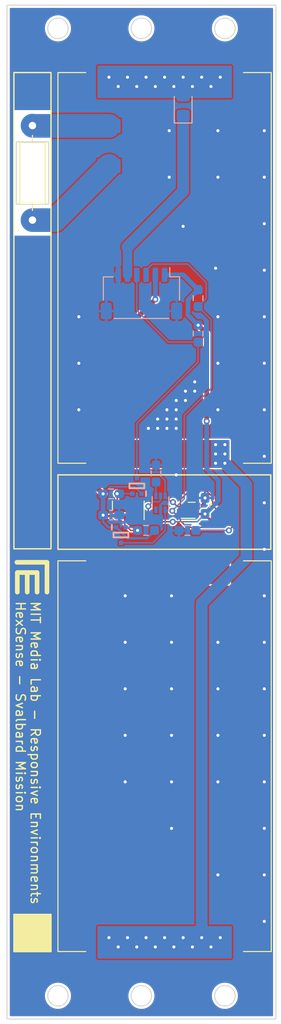
<source format=kicad_pcb>
(kicad_pcb (version 20221018) (generator pcbnew)
  (layers (0 "F.Cu" signal) (31 "B.Cu" signal) (34 "B.Paste" user) (35 "F.Paste" user) (36 "B.SilkS" user "B.Silkscreen") (37 "F.SilkS" user "F.Silkscreen") (38 "B.Mask" user) (39 "F.Mask" user) (44 "Edge.Cuts" user))
  (net 0 "")
  (net 1 "+3V3")
  (net 2 "GND")
  (net 3 "/SDA_1.8")
  (net 4 "/SCL_1.8")
  (net 5 "Net-(U2-ADD0)")
  (net 6 "+1V8")
  (net 7 "/SC")
  (net 8 "/SDA")
  (net 9 "/SCL")
  (net 14 "Net-(D1-A)")
  (net 15 "Net-(SC1--)")
  (net 16 "Net-(IC1-ADDR)")
  (net 18 "/BR+")
  (net 19 "/BR-")
  (footprint "Mylib:KXOB201K04F-TR" (layer "F.Cu") (at 154.22 131.958022 180)
    (fp_text reference "SC2" hide)
    (fp_text value "Solar_Cell")
    (fp_line (start -11.5 -11) (end -11.5 31) (stroke (width 0.12)) (layer "F.SilkS"))
    (fp_line (start -11.5 -11) (end -8.5 -11) (stroke (width 0.12)) (layer "F.SilkS"))
    (fp_line (start -11.5 31) (end -8.5 31) (stroke (width 0.12)) (layer "F.SilkS"))
    (fp_line (start 8.5 -11) (end 11.5 -11) (stroke (width 0.12)) (layer "F.SilkS"))
    (fp_line (start 11.5 -11) (end 11.5 31) (stroke (width 0.12)) (layer "F.SilkS"))
    (fp_line (start 11.5 31) (end 8.5 31) (stroke (width 0.12)) (layer "F.SilkS"))
    (pad "1" smd rect (at 0 -10 180) (size 14 3) (layers "F.Cu" "F.Paste" "F.Mask") (net 15 "Net-(SC1--)"))
    (pad "2" smd rect (at 0 30 180) (size 14 3) (layers "F.Cu" "F.Paste" "F.Mask") (net 2 "GND"))
  )
  (footprint "Package_LGA:AMS_OLGA-8_2x3.1mm_P0.8mm" (layer "F.Cu") (at 150.3025 95.523022 90)
    (fp_text reference "U1" hide)
    (fp_text value "AS7341DLG")
    (fp_line (start -1 1.71) (end 1 1.71) (stroke (width 0.12)) (layer "F.SilkS"))
    (fp_line (start 0 -1.71) (end 1 -1.71) (stroke (width 0.12)) (layer "F.SilkS"))
    (pad "1" smd roundrect (at -0.638 -1.2 90) (size 0.575 0.488) (layers "F.Cu" "F.Paste" "F.Mask") (roundrect_rratio 0) (chamfer_ratio 0.3625) (chamfer bottom_right) (net 6 "+1V8"))
    (pad "2" smd rect (at -0.638 -0.4 90) (size 0.575 0.488) (layers "F.Cu" "F.Paste" "F.Mask") (net 4 "/SCL_1.8"))
    (pad "3" smd rect (at -0.638 0.4 90) (size 0.575 0.488) (layers "F.Cu" "F.Paste" "F.Mask") (net 2 "GND"))
    (pad "4" smd rect (at -0.638 1.2 90) (size 0.575 0.488) (layers "F.Cu" "F.Paste" "F.Mask"))
    (pad "5" smd rect (at 0.638 1.2 90) (size 0.575 0.488) (layers "F.Cu" "F.Paste" "F.Mask") (net 2 "GND"))
    (pad "6" smd rect (at 0.638 0.4 90) (size 0.575 0.488) (layers "F.Cu" "F.Paste" "F.Mask"))
    (pad "7" smd rect (at 0.638 -0.4 90) (size 0.575 0.488) (layers "F.Cu" "F.Paste" "F.Mask"))
    (pad "8" smd rect (at 0.638 -1.2 90) (size 0.575 0.488) (layers "F.Cu" "F.Paste" "F.Mask") (net 3 "/SDA_1.8"))
  )
  (footprint "Mylib:KXOB201K04F-TR" (layer "F.Cu") (at 154.22 59.468022)
    (fp_text reference "SC1" hide)
    (fp_text value "Solar_Cell")
    (fp_line (start -11.5 -11) (end -11.5 31) (stroke (width 0.12)) (layer "F.SilkS"))
    (fp_line (start -11.5 -11) (end -8.5 -11) (stroke (width 0.12)) (layer "F.SilkS"))
    (fp_line (start -11.5 31) (end -8.5 31) (stroke (width 0.12)) (layer "F.SilkS"))
    (fp_line (start 8.5 -11) (end 11.5 -11) (stroke (width 0.12)) (layer "F.SilkS"))
    (fp_line (start 11.5 -11) (end 11.5 31) (stroke (width 0.12)) (layer "F.SilkS"))
    (fp_line (start 11.5 31) (end 8.5 31) (stroke (width 0.12)) (layer "F.SilkS"))
    (pad "1" smd rect (at 0 -10) (size 14 3) (layers "F.Cu" "F.Paste" "F.Mask") (net 14 "Net-(D1-A)"))
    (pad "2" smd rect (at 0 30) (size 14 3) (layers "F.Cu" "F.Paste" "F.Mask") (net 15 "Net-(SC1--)"))
  )
  (footprint "Sensor_Humidity:Sensirion_DFN-4_1.5x1.5mm_P0.8mm_SHT4x_NoCentralPad" (layer "F.Cu") (at 156.76 95.523022)
    (fp_text reference "U3" hide)
    (fp_text value "SHT4x")
    (fp_line (start -0.75 0.86) (end 0.75 0.86) (stroke (width 0.12)) (layer "F.SilkS"))
    (fp_line (start 0 -0.86) (end 0.75 -0.86) (stroke (width 0.12)) (layer "F.SilkS"))
    (pad "1" smd rect (at -0.7 -0.4) (size 0.5 0.3) (layers "F.Cu" "F.Paste" "F.Mask") (net 8 "/SDA"))
    (pad "2" smd rect (at -0.7 0.4) (size 0.5 0.3) (layers "F.Cu" "F.Paste" "F.Mask") (net 9 "/SCL"))
    (pad "3" smd rect (at 0.7 0.4) (size 0.5 0.3) (layers "F.Cu" "F.Paste" "F.Mask") (net 1 "+3V3"))
    (pad "4" smd rect (at 0.7 -0.4) (size 0.5 0.3) (layers "F.Cu" "F.Paste" "F.Mask") (net 2 "GND"))
    (zone (net 0) (net_name "") (layer "F.Cu") (connect_pads (clearance 0)) (min_thickness 0.254)
      (keepout (tracks not_allowed) (vias not_allowed) (pads allowed) (copperpour not_allowed) (footprints allowed))
      (fill (thermal_gap 0.508) (thermal_bridge_width 0.508))
      (polygon (pts (xy 157.51 94.973022) (xy 157.21 94.973022) (xy 157.21 95.273022) (xy 157.51 95.273022) (xy 157.51 95.773022) (xy 157.21 95.773022) (xy 157.21 96.073022) (xy 157.51 96.073022) (xy 157.51 96.273022) (xy 156.01 96.273022) (xy 156.01 96.073022) (xy 156.31 96.073022) (xy 156.31 95.773022) (xy 156.01 95.773022) (xy 156.01 95.273022) (xy 156.31 95.273022) (xy 156.31 94.973022) (xy 156.01 94.973022) (xy 156.01 94.773022) (xy 157.51 94.773022)))
    )
  )
  (footprint "Resistor_THT:R_Axial_DIN0207_L6.3mm_D2.5mm_P10.16mm_Horizontal" (layer "F.Cu") (at 139.97 64.33 90)
    (fp_text reference "R6" hide)
    (fp_text value "5")
    (fp_line (start 1.04 0) (end 1.81 0) (stroke (width 0.12)) (layer "F.SilkS"))
    (fp_line (start 1.81 -1.37) (end 1.81 1.37) (stroke (width 0.12)) (layer "F.SilkS"))
    (fp_line (start 1.81 1.37) (end 8.35 1.37) (stroke (width 0.12)) (layer "F.SilkS"))
    (fp_line (start 8.35 -1.37) (end 1.81 -1.37) (stroke (width 0.12)) (layer "F.SilkS"))
    (fp_line (start 8.35 1.37) (end 8.35 -1.37) (stroke (width 0.12)) (layer "F.SilkS"))
    (fp_line (start 9.12 0) (end 8.35 0) (stroke (width 0.12)) (layer "F.SilkS"))
    (pad "1" thru_hole circle (at 0 0 90) (size 1.6 1.6) (drill 0.8) (layers "*.Cu" "*.Mask") (net 18 "/BR+"))
    (pad "2" thru_hole oval (at 10.16 0 90) (size 1.6 1.6) (drill 0.8) (layers "*.Cu" "*.Mask") (net 19 "/BR-"))
  )
  (footprint "SamacSys_Parts:VEML6030GS15" (layer "F.Cu") (at 160.945 95.523022)
    (fp_text reference "IC1" hide)
    (fp_text value "VEML6030-GS15" hide)
    (fp_line (start -1.8 -0.65) (end -1.8 -0.65) (stroke (width 0.2)) (layer "F.SilkS"))
    (fp_line (start -1.8 -0.65) (end -1.8 -0.65) (stroke (width 0.2)) (layer "F.SilkS"))
    (fp_line (start -1.7 -0.65) (end -1.7 -0.65) (stroke (width 0.2)) (layer "F.SilkS"))
    (fp_arc (start -1.8 -0.65) (mid -1.75 -0.7) (end -1.7 -0.65) (stroke (width 0.2)) (layer "F.SilkS"))
    (fp_arc (start -1.7 -0.65) (mid -1.75 -0.6) (end -1.8 -0.65) (stroke (width 0.2)) (layer "F.SilkS"))
    (fp_arc (start -1.7 -0.65) (mid -1.75 -0.6) (end -1.8 -0.65) (stroke (width 0.2)) (layer "F.SilkS"))
    (pad "1" smd rect (at -0.875 -0.65 90) (size 0.3 0.55) (layers "F.Cu" "F.Paste" "F.Mask") (net 2 "GND"))
    (pad "2" smd rect (at -0.875 0 90) (size 0.3 0.55) (layers "F.Cu" "F.Paste" "F.Mask") (net 8 "/SDA"))
    (pad "3" smd rect (at -0.875 0.65 90) (size 0.3 0.55) (layers "F.Cu" "F.Paste" "F.Mask"))
    (pad "4" smd rect (at 0.875 0.65 90) (size 0.3 0.55) (layers "F.Cu" "F.Paste" "F.Mask") (net 16 "Net-(IC1-ADDR)"))
    (pad "5" smd rect (at 0.875 0 90) (size 0.3 0.55) (layers "F.Cu" "F.Paste" "F.Mask") (net 9 "/SCL"))
    (pad "6" smd rect (at 0.875 -0.65 90) (size 0.3 0.55) (layers "F.Cu" "F.Paste" "F.Mask") (net 1 "+3V3"))
  )
  (footprint "Resistor_SMD:R_0603_1608Metric_Pad0.98x0.95mm_HandSolder" (layer "B.Cu") (at 156.68 97.688022)
    (fp_text reference "R5" hide)
    (fp_text value "4.7k")
    (fp_line (start -0.254724 -0.5225) (end 0.254724 -0.5225) (stroke (width 0.12)) (layer "B.SilkS"))
    (fp_line (start -0.254724 0.5225) (end 0.254724 0.5225) (stroke (width 0.12)) (layer "B.SilkS"))
    (pad "1" smd roundrect (at -0.9125 0) (size 0.975 0.95) (layers "B.Cu" "B.Paste" "B.Mask") (net 2 "GND"))
    (pad "2" smd roundrect (at 0.9125 0) (size 0.975 0.95) (layers "B.Cu" "B.Paste" "B.Mask") (net 16 "Net-(IC1-ADDR)"))
  )
  (footprint "Resistor_SMD:R_0603_1608Metric_Pad0.98x0.95mm_HandSolder" (layer "B.Cu") (at 148.45 93.758022 180)
    (fp_text reference "R11" hide)
    (fp_text value "4.7k")
    (fp_line (start -0.254724 -0.5225) (end 0.254724 -0.5225) (stroke (width 0.12)) (layer "B.SilkS"))
    (fp_line (start -0.254724 0.5225) (end 0.254724 0.5225) (stroke (width 0.12)) (layer "B.SilkS"))
    (pad "1" smd roundrect (at -0.9125 0 180) (size 0.975 0.95) (layers "B.Cu" "B.Paste" "B.Mask") (net 3 "/SDA_1.8"))
    (pad "2" smd roundrect (at 0.9125 0 180) (size 0.975 0.95) (layers "B.Cu" "B.Paste" "B.Mask") (net 6 "+1V8"))
  )
  (footprint "Resistor_SMD:R_0603_1608Metric_Pad0.98x0.95mm_HandSolder" (layer "B.Cu") (at 157.83 72.718022 90)
    (fp_text reference "R2" hide)
    (fp_text value "4.7k")
    (fp_line (start -0.254724 -0.5225) (end 0.254724 -0.5225) (stroke (width 0.12)) (layer "B.SilkS"))
    (fp_line (start -0.254724 0.5225) (end 0.254724 0.5225) (stroke (width 0.12)) (layer "B.SilkS"))
    (pad "1" smd roundrect (at -0.9125 0 90) (size 0.975 0.95) (layers "B.Cu" "B.Paste" "B.Mask") (net 9 "/SCL"))
    (pad "2" smd roundrect (at 0.9125 0 90) (size 0.975 0.95) (layers "B.Cu" "B.Paste" "B.Mask") (net 1 "+3V3"))
  )
  (footprint "SamacSys_Parts:SOTFL50P160X60-3N" (layer "B.Cu") (at 149.51 98.183022 -90)
    (fp_text reference "Q2" hide)
    (fp_text value "PJE8408_R1_00001" hide)
    (fp_line (start -1.075 0.98) (end -0.6 0.98) (stroke (width 0.2)) (layer "B.SilkS"))
    (fp_line (start -0.25 -0.8) (end -0.25 0.8) (stroke (width 0.2)) (layer "B.SilkS"))
    (fp_line (start -0.25 0.8) (end 0.25 0.8) (stroke (width 0.2)) (layer "B.SilkS"))
    (fp_line (start 0.25 -0.8) (end -0.25 -0.8) (stroke (width 0.2)) (layer "B.SilkS"))
    (fp_line (start 0.25 0.8) (end 0.25 -0.8) (stroke (width 0.2)) (layer "B.SilkS"))
    (pad "1" smd rect (at -0.838 0.5 180) (size 0.46 0.475) (layers "B.Cu" "B.Paste" "B.Mask") (net 6 "+1V8"))
    (pad "2" smd rect (at -0.838 -0.5 180) (size 0.46 0.475) (layers "B.Cu" "B.Paste" "B.Mask") (net 4 "/SCL_1.8"))
    (pad "3" smd rect (at 0.838 0 180) (size 0.46 0.475) (layers "B.Cu" "B.Paste" "B.Mask") (net 9 "/SCL"))
  )
  (footprint "Resistor_SMD:R_0603_1608Metric_Pad0.98x0.95mm_HandSolder" (layer "B.Cu") (at 153.29 91.568022 90)
    (fp_text reference "R4" hide)
    (fp_text value "4.7k")
    (fp_line (start -0.254724 -0.5225) (end 0.254724 -0.5225) (stroke (width 0.12)) (layer "B.SilkS"))
    (fp_line (start -0.254724 0.5225) (end 0.254724 0.5225) (stroke (width 0.12)) (layer "B.SilkS"))
    (pad "1" smd roundrect (at -0.9125 0 90) (size 0.975 0.95) (layers "B.Cu" "B.Paste" "B.Mask") (net 5 "Net-(U2-ADD0)"))
    (pad "2" smd roundrect (at 0.9125 0 90) (size 0.975 0.95) (layers "B.Cu" "B.Paste" "B.Mask") (net 2 "GND"))
  )
  (footprint "Capacitor_SMD:C_0603_1608Metric_Pad1.08x0.95mm_HandSolder" (layer "B.Cu") (at 148.45 96.048022)
    (fp_text reference "C2" hide)
    (fp_text value "0.1uF")
    (fp_line (start -0.146267 -0.51) (end 0.146267 -0.51) (stroke (width 0.12)) (layer "B.SilkS"))
    (fp_line (start -0.146267 0.51) (end 0.146267 0.51) (stroke (width 0.12)) (layer "B.SilkS"))
    (pad "1" smd roundrect (at -0.8625 0) (size 1.075 0.95) (layers "B.Cu" "B.Paste" "B.Mask") (net 6 "+1V8"))
    (pad "2" smd roundrect (at 0.8625 0) (size 1.075 0.95) (layers "B.Cu" "B.Paste" "B.Mask") (net 2 "GND"))
  )
  (footprint "Resistor_SMD:R_0603_1608Metric_Pad0.98x0.95mm_HandSolder" (layer "B.Cu") (at 157.83 76.528022 90)
    (fp_text reference "R3" hide)
    (fp_text value "4.7k")
    (fp_line (start -0.254724 -0.5225) (end 0.254724 -0.5225) (stroke (width 0.12)) (layer "B.SilkS"))
    (fp_line (start -0.254724 0.5225) (end 0.254724 0.5225) (stroke (width 0.12)) (layer "B.SilkS"))
    (pad "1" smd roundrect (at -0.9125 0 90) (size 0.975 0.95) (layers "B.Cu" "B.Paste" "B.Mask") (net 8 "/SDA"))
    (pad "2" smd roundrect (at 0.9125 0 90) (size 0.975 0.95) (layers "B.Cu" "B.Paste" "B.Mask") (net 1 "+3V3"))
  )
  (footprint "Mylib:1_pin_SMD_1mmx1mm" (layer "B.Cu") (at 148.22 52.1 180)
    (fp_text reference "J2" hide)
    (fp_text value "pin")
    (pad "1" smd rect (at 0 -2.1 180) (size 2.5 1.5) (layers "B.Cu" "B.Paste" "B.Mask") (net 19 "/BR-"))
  )
  (footprint "Diode_SMD:D_0805_2012Metric_Pad1.15x1.40mm_HandSolder" (layer "B.Cu") (at 156.22 52.035522 90)
    (fp_text reference "D1" hide)
    (fp_text value "D_Schottky")
    (fp_line (start -1.86 -0.96) (end 1 -0.96) (stroke (width 0.12)) (layer "B.SilkS"))
    (fp_line (start -1.86 0.96) (end -1.86 -0.96) (stroke (width 0.12)) (layer "B.SilkS"))
    (fp_line (start 1 0.96) (end -1.86 0.96) (stroke (width 0.12)) (layer "B.SilkS"))
    (pad "1" smd roundrect (at -1.025 0 90) (size 1.15 1.4) (layers "B.Cu" "B.Paste" "B.Mask") (roundrect_rratio 0.2173913043) (net 7 "/SC"))
    (pad "2" smd roundrect (at 1.025 0 90) (size 1.15 1.4) (layers "B.Cu" "B.Paste" "B.Mask") (roundrect_rratio 0.2173913043) (net 14 "Net-(D1-A)"))
  )
  (footprint "Package_TO_SOT_SMD:SOT-563" (layer "B.Cu") (at 153.78 94.718022 90)
    (fp_text reference "U2" hide)
    (fp_text value "TMP112xxDRL")
    (fp_line (start -0.9 0.9) (end 0.65 0.9) (stroke (width 0.12)) (layer "B.SilkS"))
    (fp_line (start 0.65 -0.9) (end -0.65 -0.9) (stroke (width 0.12)) (layer "B.SilkS"))
    (pad "1" smd rect (at -0.75 0.5 90) (size 0.7 0.34) (layers "B.Cu" "B.Paste" "B.Mask") (net 9 "/SCL"))
    (pad "2" smd rect (at -0.75 0 90) (size 0.7 0.34) (layers "B.Cu" "B.Paste" "B.Mask") (net 2 "GND"))
    (pad "3" smd rect (at -0.75 -0.5 90) (size 0.7 0.34) (layers "B.Cu" "B.Paste" "B.Mask"))
    (pad "4" smd rect (at 0.75 -0.5 90) (size 0.7 0.34) (layers "B.Cu" "B.Paste" "B.Mask") (net 5 "Net-(U2-ADD0)"))
    (pad "5" smd rect (at 0.75 0 90) (size 0.7 0.34) (layers "B.Cu" "B.Paste" "B.Mask") (net 1 "+3V3"))
    (pad "6" smd rect (at 0.75 0.5 90) (size 0.7 0.34) (layers "B.Cu" "B.Paste" "B.Mask") (net 8 "/SDA"))
  )
  (footprint "SamacSys_Parts:SOTFL50P160X60-3N" (layer "B.Cu") (at 151.23 92.900022 90)
    (fp_text reference "Q1" hide)
    (fp_text value "PJE8408_R1_00001" hide)
    (fp_line (start -1.075 0.98) (end -0.6 0.98) (stroke (width 0.2)) (layer "B.SilkS"))
    (fp_line (start -0.25 -0.8) (end -0.25 0.8) (stroke (width 0.2)) (layer "B.SilkS"))
    (fp_line (start -0.25 0.8) (end 0.25 0.8) (stroke (width 0.2)) (layer "B.SilkS"))
    (fp_line (start 0.25 -0.8) (end -0.25 -0.8) (stroke (width 0.2)) (layer "B.SilkS"))
    (fp_line (start 0.25 0.8) (end 0.25 -0.8) (stroke (width 0.2)) (layer "B.SilkS"))
    (pad "1" smd rect (at -0.838 0.5) (size 0.46 0.475) (layers "B.Cu" "B.Paste" "B.Mask") (net 6 "+1V8"))
    (pad "2" smd rect (at -0.838 -0.5) (size 0.46 0.475) (layers "B.Cu" "B.Paste" "B.Mask") (net 3 "/SDA_1.8"))
    (pad "3" smd rect (at 0.838 0) (size 0.46 0.475) (layers "B.Cu" "B.Paste" "B.Mask") (net 8 "/SDA"))
  )
  (footprint "Mylib:1_pin_SMD_1mmx1mm" (layer "B.Cu") (at 148.22 56.4 180)
    (fp_text reference "J1" hide)
    (fp_text value "pin")
    (pad "1" smd rect (at 0 -2.1 180) (size 2.5 1.5) (layers "B.Cu" "B.Paste" "B.Mask") (net 18 "/BR+"))
  )
  (footprint "Connector_JST:JST_SH_SM06B-SRSS-TB_1x06-1MP_P1.00mm_Horizontal" (layer "B.Cu") (at 151.72 72.218022 180)
    (fp_text reference "J4" hide)
    (fp_text value "SM06B-SRSS-TB(LF)(SN)")
    (fp_line (start -4.11 -0.715) (end -4.11 1.785) (stroke (width 0.12)) (layer "B.SilkS"))
    (fp_line (start -4.11 1.785) (end -3.06 1.785) (stroke (width 0.12)) (layer "B.SilkS"))
    (fp_line (start -3.06 1.785) (end -3.06 2.775) (stroke (width 0.12)) (layer "B.SilkS"))
    (fp_line (start -2.94 -2.685) (end 2.94 -2.685) (stroke (width 0.12)) (layer "B.SilkS"))
    (fp_line (start 4.11 -0.715) (end 4.11 1.785) (stroke (width 0.12)) (layer "B.SilkS"))
    (fp_line (start 4.11 1.785) (end 3.06 1.785) (stroke (width 0.12)) (layer "B.SilkS"))
    (pad "1" smd roundrect (at -2.5 2 180) (size 0.6 1.55) (layers "B.Cu" "B.Paste" "B.Mask") (net 1 "+3V3"))
    (pad "2" smd roundrect (at -1.5 2 180) (size 0.6 1.55) (layers "B.Cu" "B.Paste" "B.Mask") (net 6 "+1V8"))
    (pad "3" smd roundrect (at -0.5 2 180) (size 0.6 1.55) (layers "B.Cu" "B.Paste" "B.Mask") (net 9 "/SCL"))
    (pad "4" smd roundrect (at 0.5 2 180) (size 0.6 1.55) (layers "B.Cu" "B.Paste" "B.Mask") (net 8 "/SDA"))
    (pad "5" smd roundrect (at 1.5 2 180) (size 0.6 1.55) (layers "B.Cu" "B.Paste" "B.Mask") (net 7 "/SC"))
    (pad "6" smd roundrect (at 2.5 2 180) (size 0.6 1.55) (layers "B.Cu" "B.Paste" "B.Mask") (net 2 "GND"))
    (pad "MP" smd roundrect (at -3.8 -1.875 180) (size 1.2 1.8) (layers "B.Cu" "B.Paste" "B.Mask") (roundrect_rratio 0.2083333333) (net 2 "GND"))
    (pad "MP" smd roundrect (at 3.8 -1.875 180) (size 1.2 1.8) (layers "B.Cu" "B.Paste" "B.Mask") (roundrect_rratio 0.2083333333) (net 2 "GND"))
  )
  (footprint "Capacitor_SMD:C_0603_1608Metric_Pad1.08x0.95mm_HandSolder" (layer "B.Cu") (at 158.58 95.058022 90)
    (fp_text reference "C1" hide)
    (fp_text value "0.1uF")
    (fp_line (start -0.146267 -0.51) (end 0.146267 -0.51) (stroke (width 0.12)) (layer "B.SilkS"))
    (fp_line (start -0.146267 0.51) (end 0.146267 0.51) (stroke (width 0.12)) (layer "B.SilkS"))
    (pad "1" smd roundrect (at -0.8625 0 90) (size 1.075 0.95) (layers "B.Cu" "B.Paste" "B.Mask") (net 1 "+3V3"))
    (pad "2" smd roundrect (at 0.8625 0 90) (size 1.075 0.95) (layers "B.Cu" "B.Paste" "B.Mask") (net 2 "GND"))
  )
  (footprint "Resistor_SMD:R_0603_1608Metric_Pad0.98x0.95mm_HandSolder" (layer "B.Cu") (at 152.22 97.688022)
    (fp_text reference "R1" hide)
    (fp_text value "4.7k")
    (fp_line (start -0.254724 -0.5225) (end 0.254724 -0.5225) (stroke (width 0.12)) (layer "B.SilkS"))
    (fp_line (start -0.254724 0.5225) (end 0.254724 0.5225) (stroke (width 0.12)) (layer "B.SilkS"))
    (pad "1" smd roundrect (at -0.9125 0) (size 0.975 0.95) (layers "B.Cu" "B.Paste" "B.Mask") (net 4 "/SCL_1.8"))
    (pad "2" smd roundrect (at 0.9125 0) (size 0.975 0.95) (layers "B.Cu" "B.Paste" "B.Mask") (net 6 "+1V8"))
  )
  (gr_line (start 139.403334 102.218022) (end 139.403334 104.318022) (stroke (width 0.5)) (layer "F.SilkS"))
  (gr_line (start 141.536668 101.118022) (end 141.536668 104.318022) (stroke (width 0.5)) (layer "F.SilkS"))
  (gr_line (start 138.336668 102.218022) (end 140.47 102.218022) (stroke (width 0.5)) (layer "F.SilkS"))
  (gr_line (start 138.336668 102.218022) (end 138.336668 104.318022) (stroke (width 0.5)) (layer "F.SilkS"))
  (gr_line (start 141.536668 101.118022) (end 138.29 101.118022) (stroke (width 0.5)) (layer "F.SilkS"))
  (gr_rect (start 137.97 48.468022) (end 141.97 99.668022) (stroke (width 0.15)) (fill none) (layer "F.SilkS"))
  (gr_rect (start 137.97 138.968022) (end 141.97 142.968022) (stroke (width 0.15)) (fill solid) (layer "F.SilkS"))
  (gr_line (start 140.47 102.218022) (end 140.47 104.318022) (stroke (width 0.5)) (layer "F.SilkS"))
  (gr_rect (start 142.72 91.718022) (end 165.67 99.718022) (stroke (width 0.15)) (fill none) (layer "F.SilkS"))
  (gr_line (start 166.22 150.218022) (end 137.22 150.218022) (stroke (width 0.1)) (layer "Edge.Cuts"))
  (gr_line (start 166.22 41.218022) (end 137.22 41.218022) (stroke (width 0.1)) (layer "Edge.Cuts"))
  (gr_circle (center 151.72 147.718022) (end 152.82 147.718022) (stroke (width 0.1)) (fill none) (layer "Edge.Cuts"))
  (gr_line (start 166.22 41.218022) (end 166.22 150.218022) (stroke (width 0.1)) (layer "Edge.Cuts"))
  (gr_circle (center 160.72 147.718022) (end 161.82 147.718022) (stroke (width 0.1)) (fill none) (layer "Edge.Cuts"))
  (gr_circle (center 142.72 147.718022) (end 143.82 147.718022) (stroke (width 0.1)) (fill none) (layer "Edge.Cuts"))
  (gr_circle (center 142.72 43.718022) (end 143.82 43.718022) (stroke (width 0.1)) (fill none) (layer "Edge.Cuts"))
  (gr_circle (center 160.72 43.718022) (end 161.82 43.718022) (stroke (width 0.1)) (fill none) (layer "Edge.Cuts"))
  (gr_line (start 137.22 41.218022) (end 137.22 150.218022) (stroke (width 0.1)) (layer "Edge.Cuts"))
  (gr_rect (start 138.22 55.918022) (end 141.72 62.618022) (stroke (width 0.1)) (fill none) (layer "Edge.Cuts"))
  (gr_circle (center 151.72 43.718022) (end 152.82 43.718022) (stroke (width 0.1)) (fill none) (layer "Edge.Cuts"))
  (gr_text "BURNING RESISTOR - HOT !!!" (at 139.22 69 270) (layer "F.Cu") (effects (font (size 1.2 1.2) (thickness 0.2) bold) (justify left bottom)))
  (gr_text "MIT Media Lab - Responsive Environments\nHexSense - Svalbard Mission" (at 138.086668 105.218022 270) (layer "F.SilkS") (effects (font (size 1 1)) (justify left bottom)))
  (segment (start 159.46 96.878022) (end 160.4 96.878022) (width 0.254) (layer "F.Cu") (net 1))
  (segment (start 152.46 95.098022) (end 152.46 96.018022) (width 0.1524) (layer "F.Cu") (net 1))
  (segment (start 160.8344 95.329622) (end 161.291 94.873022) (width 0.254) (layer "F.Cu") (net 1))
  (segment (start 160.4 96.878022) (end 160.8344 96.443622) (width 0.254) (layer "F.Cu") (net 1))
  (segment (start 161.291 94.873022) (end 161.82 94.873022) (width 0.254) (layer "F.Cu") (net 1))
  (segment (start 158.58 95.920522) (end 158.58 95.998022) (width 0.254) (layer "F.Cu") (net 1))
  (segment (start 153.2 96.758022) (end 152.46 96.018022) (width 0.1524) (layer "F.Cu") (net 1))
  (segment (start 158.5775 95.923022) (end 158.58 95.920522) (width 0.254) (layer "F.Cu") (net 1))
  (segment (start 160.8344 96.443622) (end 160.8344 95.329622) (width 0.254) (layer "F.Cu") (net 1))
  (segment (start 155.1 96.758022) (end 153.2 96.758022) (width 0.1524) (layer "F.Cu") (net 1))
  (segment (start 158.76 76.548022) (end 158.76 85.948022) (width 0.508) (layer "F.Cu") (net 1))
  (segment (start 158.58 95.998022) (end 159.46 96.878022) (width 0.254) (layer "F.Cu") (net 1))
  (segment (start 157.46 95.923022) (end 158.5775 95.923022) (width 0.254) (layer "F.Cu") (net 1))
  (segment (start 157.84 75.628022) (end 158.76 76.548022) (width 0.508) (layer "F.Cu") (net 1))
  (via (at 155.1 96.758022) (size 0.6604) (drill 0.3302) (layers "F.Cu" "B.Cu") (net 1))
  (via (at 157.84 75.628022) (size 0.6604) (drill 0.3302) (layers "F.Cu" "B.Cu") (net 1))
  (via (at 158.58 95.920522) (size 0.6604) (drill 0.3302) (layers "F.Cu" "B.Cu") (net 1))
  (via (at 152.46 95.098022) (size 0.6604) (drill 0.3302) (layers "F.Cu" "B.Cu") (net 1))
  (via (at 158.76 85.948022) (size 0.6604) (drill 0.3302) (layers "F.Cu" "B.Cu") (net 1))
  (segment (start 156.74 74.525522) (end 157.83 75.615522) (width 0.508) (layer "B.Cu") (net 1))
  (segment (start 157.83 71.805522) (end 156.74 72.895522) (width 0.508) (layer "B.Cu") (net 1))
  (segment (start 153.78 93.968022) (end 153.78 94.470422) (width 0.1524) (layer "B.Cu") (net 1))
  (segment (start 158.76 85.948022) (end 158.76 91.068022) (width 0.508) (layer "B.Cu") (net 1))
  (segment (start 153.78 94.470422) (end 153.6424 94.608022) (width 0.1524) (layer "B.Cu") (net 1))
  (segment (start 160.01 94.490522) (end 158.58 95.920522) (width 0.508) (layer "B.Cu") (net 1))
  (segment (start 155.1 96.758022) (end 157.7425 96.758022) (width 0.1524) (layer "B.Cu") (net 1))
  (segment (start 153.6424 94.608022) (end 152.94 94.608022) (width 0.1524) (layer "B.Cu") (net 1))
  (segment (start 156.2425 70.218022) (end 157.83 71.805522) (width 0.508) (layer "B.Cu") (net 1))
  (segment (start 160.01 92.318022) (end 160.01 94.490522) (width 0.508) (layer "B.Cu") (net 1))
  (segment (start 158.76 91.068022) (end 160.01 92.318022) (width 0.508) (layer "B.Cu") (net 1))
  (segment (start 157.7425 96.758022) (end 158.58 95.920522) (width 0.1524) (layer "B.Cu") (net 1))
  (segment (start 154.22 70.218022) (end 156.2425 70.218022) (width 0.508) (layer "B.Cu") (net 1))
  (segment (start 152.46 95.088022) (end 152.46 95.098022) (width 0.1524) (layer "B.Cu") (net 1))
  (segment (start 152.94 94.608022) (end 152.46 95.088022) (width 0.1524) (layer "B.Cu") (net 1))
  (segment (start 156.74 72.895522) (end 156.74 74.525522) (width 0.508) (layer "B.Cu") (net 1))
  (segment (start 158.58 94.62) (end 158.58 94.198022) (width 0.254) (layer "F.Cu") (net 2))
  (segment (start 158.076978 95.123022) (end 158.58 94.62) (width 0.254) (layer "F.Cu") (net 2))
  (segment (start 157.46 95.123022) (end 158.076978 95.123022) (width 0.254) (layer "F.Cu") (net 2))
  (via (at 159.97 124.718022) (size 0.6604) (drill 0.3302) (layers "F.Cu" "B.Cu") (net 2))
  (via (at 144.97 74.718022) (size 0.6604) (drill 0.3302) (layers "F.Cu" "B.Cu") (net 2))
  (via (at 164.97 64.718022) (size 0.6604) (drill 0.3302) (layers "F.Cu" "B.Cu") (net 2))
  (via (at 155.47 91.718022) (size 0.6604) (drill 0.3302) (layers "F.Cu" "B.Cu") (net 2))
  (via (at 164.97 89.718022) (size 0.6604) (drill 0.3302) (layers "F.Cu" "B.Cu") (net 2))
  (via (at 156.47 82.718022) (size 0.6604) (drill 0.3302) (layers "F.Cu" "B.Cu") (net 2))
  (via (at 164.97 74.718022) (size 0.6604) (drill 0.3302) (layers "F.Cu" "B.Cu") (net 2))
  (via (at 164.97 99.718022) (size 0.6604) (drill 0.3302) (layers "F.Cu" "B.Cu") (net 2))
  (via (at 159.97 109.718022) (size 0.6604) (drill 0.3302) (layers "F.Cu" "B.Cu") (net 2))
  (via (at 164.97 139.718022) (size 0.6604) (drill 0.3302) (layers "F.Cu" "B.Cu") (net 2))
  (via (at 155.47 83.718022) (size 0.6604) (drill 0.3302) (layers "F.Cu" "B.Cu") (net 2))
  (via (at 159.97 119.718022) (size 0.6604) (drill 0.3302) (layers "F.Cu" "B.Cu") (net 2))
  (via (at 155.47 85.718022) (size 0.6604) (drill 0.3302) (layers "F.Cu" "B.Cu") (net 2))
  (via (at 164.97 104.718022) (size 0.6604) (drill 0.3302) (layers "F.Cu" "B.Cu") (net 2))
  (via (at 164.97 84.718022) (size 0.6604) (drill 0.3302) (layers "F.Cu" "B.Cu") (net 2))
  (via (at 154.47 86.718022) (size 0.6604) (drill 0.3302) (layers "F.Cu" "B.Cu") (net 2))
  (via (at 154.72 59.718022) (size 0.6604) (drill 0.3302) (layers "F.Cu" "B.Cu") (net 2))
  (via (at 164.97 79.718022) (size 0.6604) (drill 0.3302) (layers "F.Cu" "B.Cu") (net 2))
  (via (at 164.97 69.718022) (size 0.6604) (drill 0.3302) (layers "F.Cu" "B.Cu") (net 2))
  (via (at 154.97 114.718022) (size 0.6604) (drill 0.3302) (layers "F.Cu" "B.Cu") (net 2))
  (via (at 159.97 54.718022) (size 0.6604) (drill 0.3302) (layers "F.Cu" "B.Cu") (net 2))
  (via (at 164.97 59.718022) (size 0.6604) (drill 0.3302) (layers "F.Cu" "B.Cu") (net 2))
  (via (at 157.47 81.718022) (size 0.6604) (drill 0.3302) (layers "F.Cu" "B.Cu") (net 2))
  (via (at 164.97 94.718022) (size 0.6604) (drill 0.3302) (layers "F.Cu" "B.Cu") (net 2))
  (via (at 154.97 129.718022) (size 0.6604) (drill 0.3302) (layers "F.Cu" "B.Cu") (net 2))
  (via (at 144.97 79.718022) (size 0.6604) (drill 0.3302) (layers "F.Cu" "B.Cu") (net 2))
  (via (at 153.47 86.718022) (size 0.6604) (drill 0.3302) (layers "F.Cu" "B.Cu") (net 2))
  (via (at 159.97 84.718022) (size 0.6604) (drill 0.3302) (layers "F.Cu" "B.Cu") (net 2))
  (via (at 149.97 119.718022) (size 0.6604) (drill 0.3302) (layers "F.Cu" "B.Cu") (net 2))
  (via (at 164.97 54.718022) (size 0.6604) (drill 0.3302) (layers "F.Cu" "B.Cu") (net 2))
  (via (at 159.97 79.718022) (size 0.6604) (drill 0.3302) (layers "F.Cu" "B.Cu") (net 2))
  (via (at 154.47 84.718022) (size 0.6604) (drill 0.3302) (layers "F.Cu" "B.Cu") (net 2))
  (via (at 164.97 124.718022) (size 0.6604) (drill 0.3302) (layers "F.Cu" "B.Cu") (net 2))
  (via (at 164.97 129.718022) (size 0.6604) (drill 0.3302) (layers "F.Cu" "B.Cu") (net 2))
  (via (at 155.47 84.718022) (size 0.6604) (drill 0.3302) (layers "F.Cu" "B.Cu") (net 2))
  (via (at 159.97 134.718022) (size 0.6604) (drill 0.3302) (layers "F.Cu" "B.Cu") (net 2))
  (via (at 149.97 114.718022) (size 0.6604) (drill 0.3302) (layers "F.Cu" "B.Cu") (net 2))
  (via (at 164.97 114.718022) (size 0.6604) (drill 0.3302) (layers "F.Cu" "B.Cu") (net 2))
  (via (at 159.97 59.718022) (size 0.6604) (drill 0.3302) (layers "F.Cu" "B.Cu") (net 2))
  (via (at 158.58 94.198022) (size 0.6604) (drill 0.3302) (layers "F.Cu" "B.Cu") (net 2))
  (via (at 156.22 65) (size 0.6604) (drill 0.3302) (layers "F.Cu" "B.Cu") (net 2))
  (via (at 159.97 74.718022) (size 0.6604) (drill 0.3302) (layers "F.Cu" "B.Cu") (net 2))
  (via (at 154.72 54.718022) (size 0.6604) (drill 0.3302) (layers "F.Cu" "B.Cu") (net 2))
  (via (at 154.47 85.718022) (size 0.6604) (drill 0.3302) (layers "F.Cu" "B.Cu") (net 2))
  (via (at 159.72 69.5) (size 0.6604) (drill 0.3302) (layers "F.Cu" "B.Cu") (net 2))
  (via (at 154.97 124.718022) (size 0.6604) (drill 0.3302) (layers "F.Cu" "B.Cu") (net 2))
  (via (at 149.97 109.718022) (size 0.6604) (drill 0.3302) (layers "F.Cu" "B.Cu") (net 2))
  (via (at 152.47 86.718022) (size 0.6604) (drill 0.3302) (layers "F.Cu" "B.Cu") (net 2))
  (via (at 153.47 85.718022) (size 0.6604) (drill 0.3302) (layers "F.Cu" "B.Cu") (net 2))
  (via (at 159.97 114.718022) (size 0.6604) (drill 0.3302) (layers "F.Cu" "B.Cu") (net 2))
  (via (at 156.47 83.718022) (size 0.6604) (drill 0.3302) (layers "F.Cu" "B.Cu") (net 2))
  (via (at 154.97 119.718022) (size 0.6604) (drill 0.3302) (layers "F.Cu" "B.Cu") (net 2))
  (via (at 154.97 109.718022) (size 0.6604) (drill 0.3302) (layers "F.Cu" "B.Cu") (net 2))
  (via (at 164.97 109.718022) (size 0.6604) (drill 0.3302) (layers "F.Cu" "B.Cu") (net 2))
  (via (at 164.97 134.718022) (size 0.6604) (drill 0.3302) (layers "F.Cu" "B.Cu") (net 2))
  (via (at 164.97 119.718022) (size 0.6604) (drill 0.3302) (layers "F.Cu" "B.Cu") (net 2))
  (via (at 149.97 124.718022) (size 0.6604) (drill 0.3302) (layers "F.Cu" "B.Cu") (net 2))
  (via (at 157.47 82.718022) (size 0.6604) (drill 0.3302) (layers "F.Cu" "B.Cu") (net 2))
  (via (at 155.47 86.718022) (size 0.6604) (drill 0.3302) (layers "F.Cu" "B.Cu") (net 2))
  (via (at 149.97 104.718022) (size 0.6604) (drill 0.3302) (layers "F.Cu" "B.Cu") (net 2))
  (via (at 154.97 104.718022) (size 0.6604) (drill 0.3302) (layers "F.Cu" "B.Cu") (net 2))
  (via (at 144.97 84.718022) (size 0.6604) (drill 0.3302) (layers "F.Cu" "B.Cu") (net 2))
  (segment (start 149.22 70.218022) (end 149.22 69.17) (width 0.508) (layer "B.Cu") (net 2))
  (segment (start 149.22 70.218022) (end 148.488022 70.218022) (width 0.508) (layer "B.Cu") (net 2))
  (segment (start 149.22 70.218022) (end 149.22 71.46) (width 0.508) (layer "B.Cu") (net 2))
  (segment (start 149.1025 94.885022) (end 149.1025 93.743022) (width 0.1524) (layer "F.Cu") (net 3))
  (segment (start 149.1025 93.743022) (end 149.1 93.740522) (width 0.1524) (layer "F.Cu") (net 3))
  (via (at 149.1 93.740522) (size 0.6604) (drill 0.3302) (layers "F.Cu" "B.Cu") (net 3))
  (segment (start 149.1025 93.738022) (end 149.1 93.740522) (width 0.1524) (layer "B.Cu") (net 3))
  (segment (start 150.73 93.738022) (end 149.1025 93.738022) (width 0.1524) (layer "B.Cu") (net 3))
  (segment (start 149.9025 96.161022) (end 149.9025 97.020522) (width 0.1524) (layer "F.Cu") (net 4))
  (segment (start 150.57 97.688022) (end 151.3075 97.688022) (width 0.1524) (layer "F.Cu") (net 4))
  (segment (start 149.9025 97.020522) (end 150.57 97.688022) (width 0.1524) (layer "F.Cu") (net 4))
  (via (at 151.3075 97.688022) (size 0.6604) (drill 0.3302) (layers "F.Cu" "B.Cu") (net 4))
  (segment (start 150.9645 97.345022) (end 151.3075 97.688022) (width 0.1524) (layer "B.Cu") (net 4))
  (segment (start 150.01 97.345022) (end 150.9645 97.345022) (width 0.1524) (layer "B.Cu") (net 4))
  (segment (start 153.28 92.500522) (end 153.2775 92.498022) (width 0.1524) (layer "B.Cu") (net 5))
  (segment (start 153.28 93.968022) (end 153.28 92.500522) (width 0.1524) (layer "B.Cu") (net 5))
  (segment (start 146.32 92.490522) (end 146.32 79.758022) (width 0.508) (layer "F.Cu") (net 6))
  (segment (start 147.7005 96.161022) (end 147.5875 96.048022) (width 0.254) (layer "F.Cu") (net 6))
  (segment (start 147.5875 93.758022) (end 146.32 92.490522) (width 0.508) (layer "F.Cu") (net 6))
  (segment (start 149.1025 96.161022) (end 147.7005 96.161022) (width 0.254) (layer "F.Cu") (net 6))
  (segment (start 146.32 79.758022) (end 153.22 72.858022) (width 0.508) (layer "F.Cu") (net 6))
  (via (at 147.5875 96.048022) (size 0.6604) (drill 0.3302) (layers "F.Cu" "B.Cu") (net 6))
  (via (at 147.5875 93.758022) (size 0.6604) (drill 0.3302) (layers "F.Cu" "B.Cu") (net 6))
  (via (at 153.22 72.858022) (size 0.6604) (drill 0.3302) (layers "F.Cu" "B.Cu") (net 6))
  (segment (start 147.5875 93.758022) (end 148.3475 92.998022) (width 0.1524) (layer "B.Cu") (net 6))
  (segment (start 153.22 70.218022) (end 153.22 72.858022) (width 0.508) (layer "B.Cu") (net 6))
  (segment (start 147.5875 96.048022) (end 147.5875 96.775522) (width 0.254) (layer "B.Cu") (net 6))
  (segment (start 149.01 97.345022) (end 150.193 98.528022) (width 0.254) (layer "B.Cu") (net 6))
  (segment (start 148.3475 92.998022) (end 150.99 92.998022) (width 0.1524) (layer "B.Cu") (net 6))
  (segment (start 150.193 98.528022) (end 152.2925 98.528022) (width 0.254) (layer "B.Cu") (net 6))
  (segment (start 152.2925 98.528022) (end 153.1325 97.688022) (width 0.254) (layer "B.Cu") (net 6))
  (segment (start 147.5875 96.775522) (end 148.157 97.345022) (width 0.254) (layer "B.Cu") (net 6))
  (segment (start 147.5875 96.048022) (end 147.5875 93.808022) (width 0.508) (layer "B.Cu") (net 6))
  (segment (start 147.5875 93.808022) (end 147.5375 93.758022) (width 0.508) (layer "B.Cu") (net 6))
  (segment (start 150.99 92.998022) (end 151.73 93.738022) (width 0.1524) (layer "B.Cu") (net 6))
  (segment (start 148.157 97.345022) (end 149.01 97.345022) (width 0.254) (layer "B.Cu") (net 6))
  (segment (start 156.22 53.060522) (end 156.22 61.218022) (width 1.27) (layer "B.Cu") (net 7))
  (segment (start 156.22 61.218022) (end 154.72 62.718022) (width 1.27) (layer "B.Cu") (net 7))
  (segment (start 150.22 70.218022) (end 150.22 67.218022) (width 1.016) (layer "B.Cu") (net 7))
  (segment (start 154.069011 63.369011) (end 154.72 62.718022) (width 1.27) (layer "B.Cu") (net 7))
  (segment (start 150.22 67.218022) (end 154.069011 63.369011) (width 1.27) (layer "B.Cu") (net 7))
  (segment (start 156.88 93.438022) (end 158.74 93.438022) (width 0.1524) (layer "F.Cu") (net 8))
  (segment (start 156.06 95.123022) (end 155.595 95.123022) (width 0.1524) (layer "F.Cu") (net 8))
  (segment (start 155.9338 94.384222) (end 156.88 93.438022) (width 0.1524) (layer "F.Cu") (net 8))
  (segment (start 155.9338 95.004586) (end 155.9338 94.384222) (width 0.1524) (layer "F.Cu") (net 8))
  (segment (start 159.915 95.523022) (end 160.07 95.523022) (width 0.1524) (layer "F.Cu") (net 8))
  (segment (start 156.06 95.123022) (end 156.052236 95.123022) (width 0.1524) (layer "F.Cu") (net 8))
  (segment (start 158.74 93.438022) (end 159.41 94.108022) (width 0.1524) (layer "F.Cu") (net 8))
  (segment (start 159.41 95.018022) (end 159.915 95.523022) (width 0.1524) (layer "F.Cu") (net 8))
  (segment (start 159.41 94.108022) (end 159.41 95.018022) (width 0.1524) (layer "F.Cu") (net 8))
  (segment (start 156.052236 95.123022) (end 155.9338 95.004586) (width 0.1524) (layer "F.Cu") (net 8))
  (segment (start 155.595 95.123022) (end 155.12 94.648022) (width 0.1524) (layer "F.Cu") (net 8))
  (via (at 155.12 94.648022) (size 0.6604) (drill 0.3302) (layers "F.Cu" "B.Cu") (net 8))
  (segment (start 154.630522 77.440522) (end 157.83 77.440522) (width 0.1524) (layer "B.Cu") (net 8))
  (segment (start 151.22 70.218022) (end 151.22 74.03) (width 0.1524) (layer "B.Cu") (net 8))
  (segment (start 155.12 94.648022) (end 154.96 94.648022) (width 0.1524) (layer "B.Cu") (net 8))
  (segment (start 157.83 79.588022) (end 157.83 77.440522) (width 0.1524) (layer "B.Cu") (net 8))
  (segment (start 151.22 74.03) (end 154.630522 77.440522) (width 0.1524) (layer "B.Cu") (net 8))
  (segment (start 154.96 94.648022) (end 154.28 93.968022) (width 0.1524) (layer "B.Cu") (net 8))
  (segment (start 151.23 86.188022) (end 157.83 79.588022) (width 0.1524) (layer "B.Cu") (net 8))
  (segment (start 153.720565 91.764422) (end 154.28 92.323857) (width 0.1524) (layer "B.Cu") (net 8))
  (segment (start 151.23 92.062022) (end 151.5276 91.764422) (width 0.1524) (layer "B.Cu") (net 8))
  (segment (start 151.23 92.062022) (end 151.23 86.188022) (width 0.1524) (layer "B.Cu") (net 8))
  (segment (start 154.28 92.323857) (end 154.28 93.968022) (width 0.1524) (layer "B.Cu") (net 8))
  (segment (start 151.5276 91.764422) (end 153.720565 91.764422) (width 0.1524) (layer "B.Cu") (net 8))
  (segment (start 161.695 95.523022) (end 161.19 96.028022) (width 0.1524) (layer "F.Cu") (net 9))
  (segment (start 160.46 97.358022) (end 156.64 97.358022) (width 0.1524) (layer "F.Cu") (net 9))
  (segment (start 156.64 97.358022) (end 155.92 96.638022) (width 0.1524) (layer "F.Cu") (net 9))
  (segment (start 155.395 95.923022) (end 155.05 95.578022) (width 0.1524) (layer "F.Cu") (net 9))
  (segment (start 155.92 96.638022) (end 155.92 96.055258) (width 0.1524) (layer "F.Cu") (net 9))
  (segment (start 161.82 95.523022) (end 161.695 95.523022) (width 0.1524) (layer "F.Cu") (net 9))
  (segment (start 156.06 95.923022) (end 155.395 95.923022) (width 0.1524) (layer "F.Cu") (net 9))
  (segment (start 161.19 96.028022) (end 161.19 96.628022) (width 0.1524) (layer "F.Cu") (net 9))
  (segment (start 155.92 96.055258) (end 156.052236 95.923022) (width 0.1524) (layer "F.Cu") (net 9))
  (segment (start 161.19 96.628022) (end 160.46 97.358022) (width 0.1524) (layer "F.Cu") (net 9))
  (segment (start 156.052236 95.923022) (end 156.06 95.923022) (width 0.1524) (layer "F.Cu") (net 9))
  (via (at 155.05 95.578022) (size 0.6604) (drill 0.3302) (layers "F.Cu" "B.Cu") (net 9))
  (segment (start 154.39 95.578022) (end 154.28 95.468022) (width 0.1524) (layer "B.Cu") (net 9))
  (segment (start 157.83 73.630522) (end 157.840522 73.630522) (width 0.1524) (layer "B.Cu") (net 9))
  (segment (start 158.7 71.03) (end 158.7 72.760522) (width 0.1524) (layer "B.Cu") (net 9))
  (segment (start 156.73 69.06) (end 158.7 71.03) (width 0.1524) (layer "B.Cu") (net 9))
  (segment (start 152.22 69.74) (end 152.9 69.06) (width 0.1524) (layer "B.Cu") (net 9))
  (segment (start 159.23 82.438022) (end 156.34 85.328022) (width 0.1524) (layer "B.Cu") (net 9))
  (segment (start 158.7 72.760522) (end 157.83 73.630522) (width 0.1524) (layer "B.Cu") (net 9))
  (segment (start 156.34 85.328022) (end 156.34 94.288022) (width 0.1524) (layer "B.Cu") (net 9))
  (segment (start 155.05 95.578022) (end 154.39 95.578022) (width 0.1524) (layer "B.Cu") (net 9))
  (segment (start 159.23 75.02) (end 159.23 82.438022) (width 0.1524) (layer "B.Cu") (net 9))
  (segment (start 152.22 70.218022) (end 152.22 69.74) (width 0.1524) (layer "B.Cu") (net 9))
  (segment (start 152.946165 99.021022) (end 149.51 99.021022) (width 0.1524) (layer "B.Cu") (net 9))
  (segment (start 152.9 69.06) (end 156.73 69.06) (width 0.1524) (layer "B.Cu") (net 9))
  (segment (start 154.28 95.468022) (end 154.28 97.687187) (width 0.1524) (layer "B.Cu") (net 9))
  (segment (start 154.28 97.687187) (end 152.946165 99.021022) (width 0.1524) (layer "B.Cu") (net 9))
  (segment (start 156.34 94.288022) (end 155.05 95.578022) (width 0.1524) (layer "B.Cu") (net 9))
  (segment (start 157.840522 73.630522) (end 159.23 75.02) (width 0.1524) (layer "B.Cu") (net 9))
  (via (at 155.22 49.968022) (size 0.6604) (drill 0.3302) (layers "F.Cu" "B.Cu") (net 14))
  (via (at 159.22 49.968022) (size 0.6604) (drill 0.3302) (layers "F.Cu" "B.Cu") (net 14))
  (via (at 151.22 49.968022) (size 0.6604) (drill 0.3302) (layers "F.Cu" "B.Cu") (net 14))
  (via (at 160.22 48.968022) (size 0.6604) (drill 0.3302) (layers "F.Cu" "B.Cu") (net 14))
  (via (at 150.22 48.968022) (size 0.6604) (drill 0.3302) (layers "F.Cu" "B.Cu") (net 14))
  (via (at 154.22 48.968022) (size 0.6604) (drill 0.3302) (layers "F.Cu" "B.Cu") (net 14))
  (via (at 158.22 48.968022) (size 0.6604) (drill 0.3302) (layers "F.Cu" "B.Cu") (net 14))
  (via (at 152.22 48.968022) (size 0.6604) (drill 0.3302) (layers "F.Cu" "B.Cu") (net 14))
  (via (at 153.22 49.968022) (size 0.6604) (drill 0.3302) (layers "F.Cu" "B.Cu") (net 14))
  (via (at 156.22 48.968022) (size 0.6604) (drill 0.3302) (layers "F.Cu" "B.Cu") (net 14))
  (via (at 149.22 49.968022) (size 0.6604) (drill 0.3302) (layers "F.Cu" "B.Cu") (net 14))
  (via (at 157.22 49.968022) (size 0.6604) (drill 0.3302) (layers "F.Cu" "B.Cu") (net 14))
  (via (at 148.22 48.968022) (size 0.6604) (drill 0.3302) (layers "F.Cu" "B.Cu") (net 14))
  (via (at 159.22 142.468022) (size 0.6604) (drill 0.3302) (layers "F.Cu" "B.Cu") (net 15))
  (via (at 157.22 142.468022) (size 0.6604) (drill 0.3302) (layers "F.Cu" "B.Cu") (net 15))
  (via (at 158.22 141.468022) (size 0.6604) (drill 0.3302) (layers "F.Cu" "B.Cu") (net 15))
  (via (at 153.22 142.468022) (size 0.6604) (drill 0.3302) (layers "F.Cu" "B.Cu") (net 15))
  (via (at 160.72 88.468022) (size 0.6604) (drill 0.3302) (layers "F.Cu" "B.Cu") (net 15))
  (via (at 159.72 89.468022) (size 0.6604) (drill 0.3302) (layers "F.Cu" "B.Cu") (net 15))
  (via (at 151.22 142.468022) (size 0.6604) (drill 0.3302) (layers "F.Cu" "B.Cu") (net 15))
  (via (at 155.22 142.468022) (size 0.6604) (drill 0.3302) (layers "F.Cu" "B.Cu") (net 15))
  (via (at 148.22 141.468022) (size 0.6604) (drill 0.3302) (layers "F.Cu" "B.Cu") (net 15))
  (via (at 152.22 141.468022) (size 0.6604) (drill 0.3302) (layers "F.Cu" "B.Cu") (net 15))
  (via (at 159.72 88.468022) (size 0.6604) (drill 0.3302) (layers "F.Cu" "B.Cu") (net 15))
  (via (at 160.72 90.468022) (size 0.6604) (drill 0.3302) (layers "F.Cu" "B.Cu") (net 15))
  (via (at 159.72 90.468022) (size 0.6604) (drill 0.3302) (layers "F.Cu" "B.Cu") (net 15))
  (via (at 154.22 141.468022) (size 0.6604) (drill 0.3302) (layers "F.Cu" "B.Cu") (net 15))
  (via (at 149.22 142.468022) (size 0.6604) (drill 0.3302) (layers "F.Cu" "B.Cu") (net 15))
  (via (at 160.72 89.468022) (size 0.6604) (drill 0.3302) (layers "F.Cu" "B.Cu") (net 15))
  (via (at 150.22 141.468022) (size 0.6604) (drill 0.3302) (layers "F.Cu" "B.Cu") (net 15))
  (via (at 156.22 141.468022) (size 0.6604) (drill 0.3302) (layers "F.Cu" "B.Cu") (net 15))
  (via (at 160.22 141.468022) (size 0.6604) (drill 0.3302) (layers "F.Cu" "B.Cu") (net 15))
  (segment (start 163.045 100.668022) (end 163.045 92.793022) (width 1.27) (layer "B.Cu") (net 15))
  (segment (start 158.22 141.468022) (end 158.22 105.493022) (width 1.27) (layer "B.Cu") (net 15))
  (segment (start 158.22 105.493022) (end 163.045 100.668022) (width 1.27) (layer "B.Cu") (net 15))
  (segment (start 163.045 92.793022) (end 160.72 90.468022) (width 1.27) (layer "B.Cu") (net 15))
  (segment (start 161.82 97.018022) (end 161.15 97.688022) (width 0.1524) (layer "F.Cu") (net 16))
  (segment (start 161.82 96.173022) (end 161.82 97.018022) (width 0.1524) (layer "F.Cu") (net 16))
  (via (at 161.15 97.688022) (size 0.6604) (drill 0.3302) (layers "F.Cu" "B.Cu") (net 16))
  (segment (start 161.15 97.688022) (end 157.5925 97.688022) (width 0.1524) (layer "B.Cu") (net 16))
  (segment (start 142.39 64.33) (end 148.22 58.5) (width 2.54) (layer "B.Cu") (net 18))
  (segment (start 139.97 64.33) (end 142.39 64.33) (width 2.54) (layer "B.Cu") (net 18))
  (segment (start 140 54.2) (end 139.97 54.17) (width 2.54) (layer "B.Cu") (net 19))
  (segment (start 148.22 54.2) (end 140 54.2) (width 2.54) (layer "B.Cu") (net 19))
  (zone (net 0) (net_name "") (layer "F.Cu") (connect_pads (clearance 0)) (min_thickness 0.25)
    (keepout (tracks allowed) (vias allowed) (pads allowed) (copperpour not_allowed) (footprints allowed))
    (fill (thermal_gap 0.5) (thermal_bridge_width 0.5))
    (polygon (pts (xy 155.97 94.5) (xy 156.97 93.5) (xy 158.72 93.5) (xy 159.47 94.25) (xy 159.47 95.25) (xy 159.97 95.75) (xy 159.97 96.75) (xy 159.47 96.75) (xy 158.47 95.75) (xy 155.97 95.75)))
  )
  (zone (net 2) (net_name "GND") (layer "F.Cu") (connect_pads (clearance 0.1524)) (min_thickness 0.1651) (fill yes (thermal_gap 0.1778) (thermal_bridge_width 0.254))
    (polygon (pts (xy 136.47 40.718022) (xy 166.47 40.718022) (xy 166.47 150.718022) (xy 136.47 150.718022)))
  )
  (zone (net 0) (net_name "") (layers "F&B.Cu") (connect_pads yes (clearance 0)) (min_thickness 0.1778)
    (keepout (tracks allowed) (vias allowed) (pads allowed) (copperpour not_allowed) (footprints allowed))
    (fill (thermal_gap 0.1778) (thermal_bridge_width 0.254))
    (polygon (pts (xy 137.97 52.5) (xy 141.97 52.5) (xy 141.97 66) (xy 137.97 66)))
  )
  (zone (net 14) (net_name "Net-(D1-A)") (layer "B.Cu") (priority 1) (connect_pads yes (clearance 0.1524)) (min_thickness 0.1778) (fill yes (thermal_gap 0.1778) (thermal_bridge_width 0.5) (island_removal_mode 1) (island_area_min 9.999999))
    (polygon (pts (xy 146.97 47.718022) (xy 161.47 47.718022) (xy 161.47 51.218022) (xy 146.97 51.218022)))
  )
  (zone (net 15) (net_name "Net-(SC1--)") (layer "B.Cu") (priority 1) (connect_pads yes (clearance 0.1524)) (min_thickness 0.1778) (fill yes (thermal_gap 0.5) (thermal_bridge_width 0.5))
    (polygon (pts (xy 159.22 87.968022) (xy 159.22 90.968022) (xy 161.22 90.968022) (xy 161.22 87.968022)))
  )
  (zone (net 2) (net_name "GND") (layer "B.Cu") (connect_pads (clearance 0.1524)) (min_thickness 0.1778) (fill yes (thermal_gap 0.1778) (thermal_bridge_width 0.254))
    (polygon (pts (xy 136.97 40.968022) (xy 166.47 40.968022) (xy 166.47 150.468022) (xy 136.97 150.468022)))
  )
  (zone (net 15) (net_name "Net-(SC1--)") (layer "B.Cu") (priority 1) (connect_pads yes (clearance 0.1524)) (min_thickness 0.1778) (fill yes (thermal_gap 0.5) (thermal_bridge_width 0.5) (island_removal_mode 1) (island_area_min 9.999999))
    (polygon (pts (xy 146.97 140.218022) (xy 161.47 140.218022) (xy 161.47 143.718022) (xy 146.97 143.718022)))
  )
)
</source>
